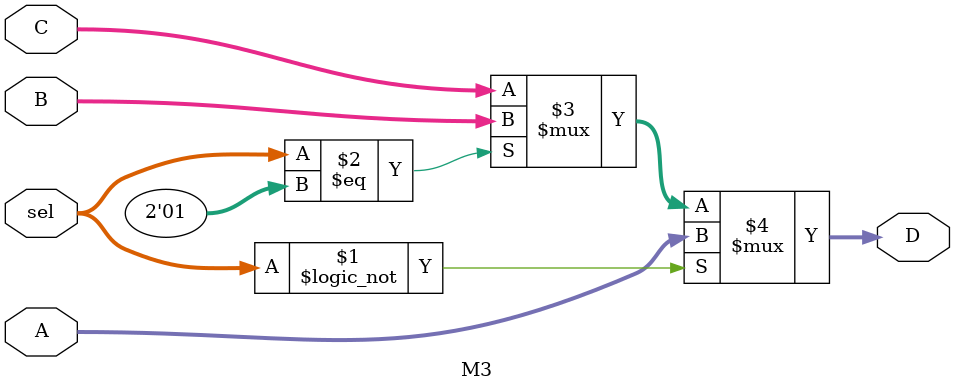
<source format=v>
`timescale 1ns / 1ps
module M3(
    input [4:0] A,
    input [4:0] B,
    input [4:0] C,
    input [1:0] sel,
    output [4:0] D
    );
	 assign D = (sel==0)?A:
					(sel==1)?B:C;


endmodule

</source>
